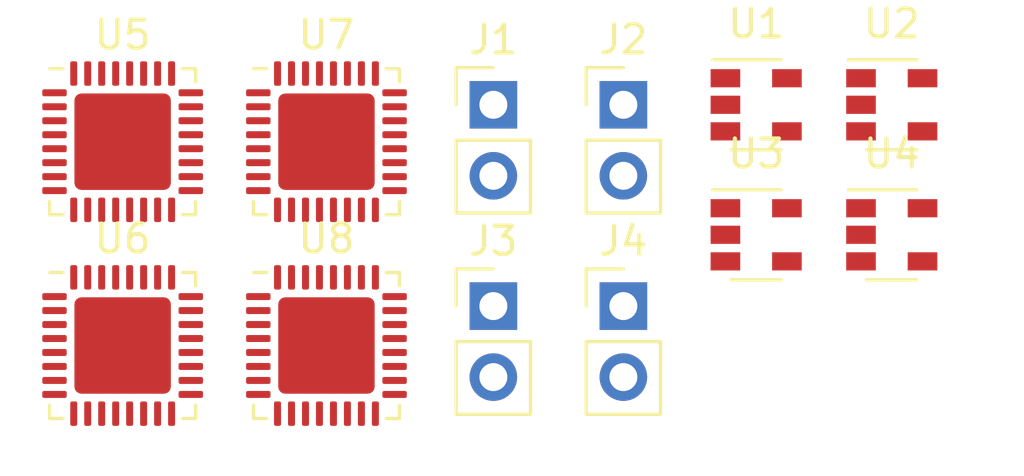
<source format=kicad_pcb>
(kicad_pcb (version 20171130) (host pcbnew "(5.1.4)-1")

  (general
    (thickness 1.6)
    (drawings 0)
    (tracks 0)
    (zones 0)
    (modules 12)
    (nets 1)
  )

  (page A4)
  (layers
    (0 F.Cu signal)
    (31 B.Cu signal)
    (32 B.Adhes user)
    (33 F.Adhes user)
    (34 B.Paste user)
    (35 F.Paste user)
    (36 B.SilkS user)
    (37 F.SilkS user)
    (38 B.Mask user)
    (39 F.Mask user)
    (40 Dwgs.User user)
    (41 Cmts.User user)
    (42 Eco1.User user)
    (43 Eco2.User user)
    (44 Edge.Cuts user)
    (45 Margin user)
    (46 B.CrtYd user)
    (47 F.CrtYd user)
    (48 B.Fab user)
    (49 F.Fab user)
  )

  (setup
    (last_trace_width 0.25)
    (trace_clearance 0.2)
    (zone_clearance 0.508)
    (zone_45_only no)
    (trace_min 0.2)
    (via_size 0.8)
    (via_drill 0.4)
    (via_min_size 0.4)
    (via_min_drill 0.3)
    (uvia_size 0.3)
    (uvia_drill 0.1)
    (uvias_allowed no)
    (uvia_min_size 0.2)
    (uvia_min_drill 0.1)
    (edge_width 0.1)
    (segment_width 0.2)
    (pcb_text_width 0.3)
    (pcb_text_size 1.5 1.5)
    (mod_edge_width 0.15)
    (mod_text_size 1 1)
    (mod_text_width 0.15)
    (pad_size 1.524 1.524)
    (pad_drill 0.762)
    (pad_to_mask_clearance 0)
    (aux_axis_origin 0 0)
    (visible_elements FFFFFF7F)
    (pcbplotparams
      (layerselection 0x010fc_ffffffff)
      (usegerberextensions false)
      (usegerberattributes false)
      (usegerberadvancedattributes false)
      (creategerberjobfile false)
      (excludeedgelayer true)
      (linewidth 0.100000)
      (plotframeref false)
      (viasonmask false)
      (mode 1)
      (useauxorigin false)
      (hpglpennumber 1)
      (hpglpenspeed 20)
      (hpglpendiameter 15.000000)
      (psnegative false)
      (psa4output false)
      (plotreference true)
      (plotvalue true)
      (plotinvisibletext false)
      (padsonsilk false)
      (subtractmaskfromsilk false)
      (outputformat 1)
      (mirror false)
      (drillshape 1)
      (scaleselection 1)
      (outputdirectory ""))
  )

  (net 0 "")

  (net_class Default "This is the default net class."
    (clearance 0.2)
    (trace_width 0.25)
    (via_dia 0.8)
    (via_drill 0.4)
    (uvia_dia 0.3)
    (uvia_drill 0.1)
    (add_net "Net-(J1-Pad1)")
    (add_net "Net-(J1-Pad2)")
    (add_net "Net-(J2-Pad1)")
    (add_net "Net-(J2-Pad2)")
    (add_net "Net-(J3-Pad1)")
    (add_net "Net-(J3-Pad2)")
    (add_net "Net-(J4-Pad1)")
    (add_net "Net-(J4-Pad2)")
    (add_net "Net-(U1-Pad1)")
    (add_net "Net-(U1-Pad2)")
    (add_net "Net-(U1-Pad3)")
    (add_net "Net-(U1-Pad4)")
    (add_net "Net-(U1-Pad5)")
    (add_net "Net-(U2-Pad1)")
    (add_net "Net-(U2-Pad2)")
    (add_net "Net-(U2-Pad3)")
    (add_net "Net-(U2-Pad4)")
    (add_net "Net-(U2-Pad5)")
    (add_net "Net-(U3-Pad1)")
    (add_net "Net-(U3-Pad2)")
    (add_net "Net-(U3-Pad3)")
    (add_net "Net-(U3-Pad4)")
    (add_net "Net-(U3-Pad5)")
    (add_net "Net-(U4-Pad1)")
    (add_net "Net-(U4-Pad2)")
    (add_net "Net-(U4-Pad3)")
    (add_net "Net-(U4-Pad4)")
    (add_net "Net-(U4-Pad5)")
    (add_net "Net-(U5-Pad1)")
    (add_net "Net-(U5-Pad10)")
    (add_net "Net-(U5-Pad11)")
    (add_net "Net-(U5-Pad12)")
    (add_net "Net-(U5-Pad13)")
    (add_net "Net-(U5-Pad14)")
    (add_net "Net-(U5-Pad15)")
    (add_net "Net-(U5-Pad16)")
    (add_net "Net-(U5-Pad17)")
    (add_net "Net-(U5-Pad18)")
    (add_net "Net-(U5-Pad19)")
    (add_net "Net-(U5-Pad2)")
    (add_net "Net-(U5-Pad20)")
    (add_net "Net-(U5-Pad21)")
    (add_net "Net-(U5-Pad22)")
    (add_net "Net-(U5-Pad23)")
    (add_net "Net-(U5-Pad24)")
    (add_net "Net-(U5-Pad25)")
    (add_net "Net-(U5-Pad26)")
    (add_net "Net-(U5-Pad27)")
    (add_net "Net-(U5-Pad28)")
    (add_net "Net-(U5-Pad29)")
    (add_net "Net-(U5-Pad3)")
    (add_net "Net-(U5-Pad30)")
    (add_net "Net-(U5-Pad31)")
    (add_net "Net-(U5-Pad32)")
    (add_net "Net-(U5-Pad33)")
    (add_net "Net-(U5-Pad4)")
    (add_net "Net-(U5-Pad5)")
    (add_net "Net-(U5-Pad6)")
    (add_net "Net-(U5-Pad7)")
    (add_net "Net-(U5-Pad8)")
    (add_net "Net-(U5-Pad9)")
    (add_net "Net-(U6-Pad1)")
    (add_net "Net-(U6-Pad10)")
    (add_net "Net-(U6-Pad11)")
    (add_net "Net-(U6-Pad12)")
    (add_net "Net-(U6-Pad13)")
    (add_net "Net-(U6-Pad14)")
    (add_net "Net-(U6-Pad15)")
    (add_net "Net-(U6-Pad16)")
    (add_net "Net-(U6-Pad17)")
    (add_net "Net-(U6-Pad18)")
    (add_net "Net-(U6-Pad19)")
    (add_net "Net-(U6-Pad2)")
    (add_net "Net-(U6-Pad20)")
    (add_net "Net-(U6-Pad21)")
    (add_net "Net-(U6-Pad22)")
    (add_net "Net-(U6-Pad23)")
    (add_net "Net-(U6-Pad24)")
    (add_net "Net-(U6-Pad25)")
    (add_net "Net-(U6-Pad26)")
    (add_net "Net-(U6-Pad27)")
    (add_net "Net-(U6-Pad28)")
    (add_net "Net-(U6-Pad29)")
    (add_net "Net-(U6-Pad3)")
    (add_net "Net-(U6-Pad30)")
    (add_net "Net-(U6-Pad31)")
    (add_net "Net-(U6-Pad32)")
    (add_net "Net-(U6-Pad33)")
    (add_net "Net-(U6-Pad4)")
    (add_net "Net-(U6-Pad5)")
    (add_net "Net-(U6-Pad6)")
    (add_net "Net-(U6-Pad7)")
    (add_net "Net-(U6-Pad8)")
    (add_net "Net-(U6-Pad9)")
    (add_net "Net-(U7-Pad1)")
    (add_net "Net-(U7-Pad10)")
    (add_net "Net-(U7-Pad11)")
    (add_net "Net-(U7-Pad12)")
    (add_net "Net-(U7-Pad13)")
    (add_net "Net-(U7-Pad14)")
    (add_net "Net-(U7-Pad15)")
    (add_net "Net-(U7-Pad16)")
    (add_net "Net-(U7-Pad17)")
    (add_net "Net-(U7-Pad18)")
    (add_net "Net-(U7-Pad19)")
    (add_net "Net-(U7-Pad2)")
    (add_net "Net-(U7-Pad20)")
    (add_net "Net-(U7-Pad21)")
    (add_net "Net-(U7-Pad22)")
    (add_net "Net-(U7-Pad23)")
    (add_net "Net-(U7-Pad24)")
    (add_net "Net-(U7-Pad25)")
    (add_net "Net-(U7-Pad26)")
    (add_net "Net-(U7-Pad27)")
    (add_net "Net-(U7-Pad28)")
    (add_net "Net-(U7-Pad29)")
    (add_net "Net-(U7-Pad3)")
    (add_net "Net-(U7-Pad30)")
    (add_net "Net-(U7-Pad31)")
    (add_net "Net-(U7-Pad32)")
    (add_net "Net-(U7-Pad33)")
    (add_net "Net-(U7-Pad4)")
    (add_net "Net-(U7-Pad5)")
    (add_net "Net-(U7-Pad6)")
    (add_net "Net-(U7-Pad7)")
    (add_net "Net-(U7-Pad8)")
    (add_net "Net-(U7-Pad9)")
    (add_net "Net-(U8-Pad1)")
    (add_net "Net-(U8-Pad10)")
    (add_net "Net-(U8-Pad11)")
    (add_net "Net-(U8-Pad12)")
    (add_net "Net-(U8-Pad13)")
    (add_net "Net-(U8-Pad14)")
    (add_net "Net-(U8-Pad15)")
    (add_net "Net-(U8-Pad16)")
    (add_net "Net-(U8-Pad17)")
    (add_net "Net-(U8-Pad18)")
    (add_net "Net-(U8-Pad19)")
    (add_net "Net-(U8-Pad2)")
    (add_net "Net-(U8-Pad20)")
    (add_net "Net-(U8-Pad21)")
    (add_net "Net-(U8-Pad22)")
    (add_net "Net-(U8-Pad23)")
    (add_net "Net-(U8-Pad24)")
    (add_net "Net-(U8-Pad25)")
    (add_net "Net-(U8-Pad26)")
    (add_net "Net-(U8-Pad27)")
    (add_net "Net-(U8-Pad28)")
    (add_net "Net-(U8-Pad29)")
    (add_net "Net-(U8-Pad3)")
    (add_net "Net-(U8-Pad30)")
    (add_net "Net-(U8-Pad31)")
    (add_net "Net-(U8-Pad32)")
    (add_net "Net-(U8-Pad33)")
    (add_net "Net-(U8-Pad4)")
    (add_net "Net-(U8-Pad5)")
    (add_net "Net-(U8-Pad6)")
    (add_net "Net-(U8-Pad7)")
    (add_net "Net-(U8-Pad8)")
    (add_net "Net-(U8-Pad9)")
  )

  (module Package_DFN_QFN:QFN-32-1EP_5x5mm_P0.5mm_EP3.45x3.45mm (layer F.Cu) (tedit 5B4E85CE) (tstamp 5F5A723A)
    (at 122.935 72.745)
    (descr "QFN, 32 Pin (http://www.analog.com/media/en/package-pcb-resources/package/pkg_pdf/ltc-legacy-qfn/QFN_32_05-08-1693.pdf), generated with kicad-footprint-generator ipc_dfn_qfn_generator.py")
    (tags "QFN DFN_QFN")
    (path /5F5B8F40)
    (attr smd)
    (fp_text reference U8 (at 0 -3.82) (layer F.SilkS)
      (effects (font (size 1 1) (thickness 0.15)))
    )
    (fp_text value ESP8266EX (at 0 3.82) (layer F.Fab)
      (effects (font (size 1 1) (thickness 0.15)))
    )
    (fp_text user %R (at 0 0) (layer F.Fab)
      (effects (font (size 1 1) (thickness 0.15)))
    )
    (fp_line (start 3.12 -3.12) (end -3.12 -3.12) (layer F.CrtYd) (width 0.05))
    (fp_line (start 3.12 3.12) (end 3.12 -3.12) (layer F.CrtYd) (width 0.05))
    (fp_line (start -3.12 3.12) (end 3.12 3.12) (layer F.CrtYd) (width 0.05))
    (fp_line (start -3.12 -3.12) (end -3.12 3.12) (layer F.CrtYd) (width 0.05))
    (fp_line (start -2.5 -1.5) (end -1.5 -2.5) (layer F.Fab) (width 0.1))
    (fp_line (start -2.5 2.5) (end -2.5 -1.5) (layer F.Fab) (width 0.1))
    (fp_line (start 2.5 2.5) (end -2.5 2.5) (layer F.Fab) (width 0.1))
    (fp_line (start 2.5 -2.5) (end 2.5 2.5) (layer F.Fab) (width 0.1))
    (fp_line (start -1.5 -2.5) (end 2.5 -2.5) (layer F.Fab) (width 0.1))
    (fp_line (start -2.135 -2.61) (end -2.61 -2.61) (layer F.SilkS) (width 0.12))
    (fp_line (start 2.61 2.61) (end 2.61 2.135) (layer F.SilkS) (width 0.12))
    (fp_line (start 2.135 2.61) (end 2.61 2.61) (layer F.SilkS) (width 0.12))
    (fp_line (start -2.61 2.61) (end -2.61 2.135) (layer F.SilkS) (width 0.12))
    (fp_line (start -2.135 2.61) (end -2.61 2.61) (layer F.SilkS) (width 0.12))
    (fp_line (start 2.61 -2.61) (end 2.61 -2.135) (layer F.SilkS) (width 0.12))
    (fp_line (start 2.135 -2.61) (end 2.61 -2.61) (layer F.SilkS) (width 0.12))
    (pad 32 smd roundrect (at -1.75 -2.4375) (size 0.25 0.875) (layers F.Cu F.Paste F.Mask) (roundrect_rratio 0.25))
    (pad 31 smd roundrect (at -1.25 -2.4375) (size 0.25 0.875) (layers F.Cu F.Paste F.Mask) (roundrect_rratio 0.25))
    (pad 30 smd roundrect (at -0.75 -2.4375) (size 0.25 0.875) (layers F.Cu F.Paste F.Mask) (roundrect_rratio 0.25))
    (pad 29 smd roundrect (at -0.25 -2.4375) (size 0.25 0.875) (layers F.Cu F.Paste F.Mask) (roundrect_rratio 0.25))
    (pad 28 smd roundrect (at 0.25 -2.4375) (size 0.25 0.875) (layers F.Cu F.Paste F.Mask) (roundrect_rratio 0.25))
    (pad 27 smd roundrect (at 0.75 -2.4375) (size 0.25 0.875) (layers F.Cu F.Paste F.Mask) (roundrect_rratio 0.25))
    (pad 26 smd roundrect (at 1.25 -2.4375) (size 0.25 0.875) (layers F.Cu F.Paste F.Mask) (roundrect_rratio 0.25))
    (pad 25 smd roundrect (at 1.75 -2.4375) (size 0.25 0.875) (layers F.Cu F.Paste F.Mask) (roundrect_rratio 0.25))
    (pad 24 smd roundrect (at 2.4375 -1.75) (size 0.875 0.25) (layers F.Cu F.Paste F.Mask) (roundrect_rratio 0.25))
    (pad 23 smd roundrect (at 2.4375 -1.25) (size 0.875 0.25) (layers F.Cu F.Paste F.Mask) (roundrect_rratio 0.25))
    (pad 22 smd roundrect (at 2.4375 -0.75) (size 0.875 0.25) (layers F.Cu F.Paste F.Mask) (roundrect_rratio 0.25))
    (pad 21 smd roundrect (at 2.4375 -0.25) (size 0.875 0.25) (layers F.Cu F.Paste F.Mask) (roundrect_rratio 0.25))
    (pad 20 smd roundrect (at 2.4375 0.25) (size 0.875 0.25) (layers F.Cu F.Paste F.Mask) (roundrect_rratio 0.25))
    (pad 19 smd roundrect (at 2.4375 0.75) (size 0.875 0.25) (layers F.Cu F.Paste F.Mask) (roundrect_rratio 0.25))
    (pad 18 smd roundrect (at 2.4375 1.25) (size 0.875 0.25) (layers F.Cu F.Paste F.Mask) (roundrect_rratio 0.25))
    (pad 17 smd roundrect (at 2.4375 1.75) (size 0.875 0.25) (layers F.Cu F.Paste F.Mask) (roundrect_rratio 0.25))
    (pad 16 smd roundrect (at 1.75 2.4375) (size 0.25 0.875) (layers F.Cu F.Paste F.Mask) (roundrect_rratio 0.25))
    (pad 15 smd roundrect (at 1.25 2.4375) (size 0.25 0.875) (layers F.Cu F.Paste F.Mask) (roundrect_rratio 0.25))
    (pad 14 smd roundrect (at 0.75 2.4375) (size 0.25 0.875) (layers F.Cu F.Paste F.Mask) (roundrect_rratio 0.25))
    (pad 13 smd roundrect (at 0.25 2.4375) (size 0.25 0.875) (layers F.Cu F.Paste F.Mask) (roundrect_rratio 0.25))
    (pad 12 smd roundrect (at -0.25 2.4375) (size 0.25 0.875) (layers F.Cu F.Paste F.Mask) (roundrect_rratio 0.25))
    (pad 11 smd roundrect (at -0.75 2.4375) (size 0.25 0.875) (layers F.Cu F.Paste F.Mask) (roundrect_rratio 0.25))
    (pad 10 smd roundrect (at -1.25 2.4375) (size 0.25 0.875) (layers F.Cu F.Paste F.Mask) (roundrect_rratio 0.25))
    (pad 9 smd roundrect (at -1.75 2.4375) (size 0.25 0.875) (layers F.Cu F.Paste F.Mask) (roundrect_rratio 0.25))
    (pad 8 smd roundrect (at -2.4375 1.75) (size 0.875 0.25) (layers F.Cu F.Paste F.Mask) (roundrect_rratio 0.25))
    (pad 7 smd roundrect (at -2.4375 1.25) (size 0.875 0.25) (layers F.Cu F.Paste F.Mask) (roundrect_rratio 0.25))
    (pad 6 smd roundrect (at -2.4375 0.75) (size 0.875 0.25) (layers F.Cu F.Paste F.Mask) (roundrect_rratio 0.25))
    (pad 5 smd roundrect (at -2.4375 0.25) (size 0.875 0.25) (layers F.Cu F.Paste F.Mask) (roundrect_rratio 0.25))
    (pad 4 smd roundrect (at -2.4375 -0.25) (size 0.875 0.25) (layers F.Cu F.Paste F.Mask) (roundrect_rratio 0.25))
    (pad 3 smd roundrect (at -2.4375 -0.75) (size 0.875 0.25) (layers F.Cu F.Paste F.Mask) (roundrect_rratio 0.25))
    (pad 2 smd roundrect (at -2.4375 -1.25) (size 0.875 0.25) (layers F.Cu F.Paste F.Mask) (roundrect_rratio 0.25))
    (pad 1 smd roundrect (at -2.4375 -1.75) (size 0.875 0.25) (layers F.Cu F.Paste F.Mask) (roundrect_rratio 0.25))
    (pad "" smd roundrect (at 1.15 1.15) (size 0.93 0.93) (layers F.Paste) (roundrect_rratio 0.25))
    (pad "" smd roundrect (at 1.15 0) (size 0.93 0.93) (layers F.Paste) (roundrect_rratio 0.25))
    (pad "" smd roundrect (at 1.15 -1.15) (size 0.93 0.93) (layers F.Paste) (roundrect_rratio 0.25))
    (pad "" smd roundrect (at 0 1.15) (size 0.93 0.93) (layers F.Paste) (roundrect_rratio 0.25))
    (pad "" smd roundrect (at 0 0) (size 0.93 0.93) (layers F.Paste) (roundrect_rratio 0.25))
    (pad "" smd roundrect (at 0 -1.15) (size 0.93 0.93) (layers F.Paste) (roundrect_rratio 0.25))
    (pad "" smd roundrect (at -1.15 1.15) (size 0.93 0.93) (layers F.Paste) (roundrect_rratio 0.25))
    (pad "" smd roundrect (at -1.15 0) (size 0.93 0.93) (layers F.Paste) (roundrect_rratio 0.25))
    (pad "" smd roundrect (at -1.15 -1.15) (size 0.93 0.93) (layers F.Paste) (roundrect_rratio 0.25))
    (pad 33 smd roundrect (at 0 0) (size 3.45 3.45) (layers F.Cu F.Mask) (roundrect_rratio 0.072464))
    (model ${KISYS3DMOD}/Package_DFN_QFN.3dshapes/QFN-32-1EP_5x5mm_P0.5mm_EP3.45x3.45mm.wrl
      (at (xyz 0 0 0))
      (scale (xyz 1 1 1))
      (rotate (xyz 0 0 0))
    )
  )

  (module Package_DFN_QFN:QFN-32-1EP_5x5mm_P0.5mm_EP3.45x3.45mm (layer F.Cu) (tedit 5B4E85CE) (tstamp 5F5A71FB)
    (at 122.935 65.455)
    (descr "QFN, 32 Pin (http://www.analog.com/media/en/package-pcb-resources/package/pkg_pdf/ltc-legacy-qfn/QFN_32_05-08-1693.pdf), generated with kicad-footprint-generator ipc_dfn_qfn_generator.py")
    (tags "QFN DFN_QFN")
    (path /5F5B64F8)
    (attr smd)
    (fp_text reference U7 (at 0 -3.82) (layer F.SilkS)
      (effects (font (size 1 1) (thickness 0.15)))
    )
    (fp_text value ESP8266EX (at 0 3.82) (layer F.Fab)
      (effects (font (size 1 1) (thickness 0.15)))
    )
    (fp_text user %R (at 0 0) (layer F.Fab)
      (effects (font (size 1 1) (thickness 0.15)))
    )
    (fp_line (start 3.12 -3.12) (end -3.12 -3.12) (layer F.CrtYd) (width 0.05))
    (fp_line (start 3.12 3.12) (end 3.12 -3.12) (layer F.CrtYd) (width 0.05))
    (fp_line (start -3.12 3.12) (end 3.12 3.12) (layer F.CrtYd) (width 0.05))
    (fp_line (start -3.12 -3.12) (end -3.12 3.12) (layer F.CrtYd) (width 0.05))
    (fp_line (start -2.5 -1.5) (end -1.5 -2.5) (layer F.Fab) (width 0.1))
    (fp_line (start -2.5 2.5) (end -2.5 -1.5) (layer F.Fab) (width 0.1))
    (fp_line (start 2.5 2.5) (end -2.5 2.5) (layer F.Fab) (width 0.1))
    (fp_line (start 2.5 -2.5) (end 2.5 2.5) (layer F.Fab) (width 0.1))
    (fp_line (start -1.5 -2.5) (end 2.5 -2.5) (layer F.Fab) (width 0.1))
    (fp_line (start -2.135 -2.61) (end -2.61 -2.61) (layer F.SilkS) (width 0.12))
    (fp_line (start 2.61 2.61) (end 2.61 2.135) (layer F.SilkS) (width 0.12))
    (fp_line (start 2.135 2.61) (end 2.61 2.61) (layer F.SilkS) (width 0.12))
    (fp_line (start -2.61 2.61) (end -2.61 2.135) (layer F.SilkS) (width 0.12))
    (fp_line (start -2.135 2.61) (end -2.61 2.61) (layer F.SilkS) (width 0.12))
    (fp_line (start 2.61 -2.61) (end 2.61 -2.135) (layer F.SilkS) (width 0.12))
    (fp_line (start 2.135 -2.61) (end 2.61 -2.61) (layer F.SilkS) (width 0.12))
    (pad 32 smd roundrect (at -1.75 -2.4375) (size 0.25 0.875) (layers F.Cu F.Paste F.Mask) (roundrect_rratio 0.25))
    (pad 31 smd roundrect (at -1.25 -2.4375) (size 0.25 0.875) (layers F.Cu F.Paste F.Mask) (roundrect_rratio 0.25))
    (pad 30 smd roundrect (at -0.75 -2.4375) (size 0.25 0.875) (layers F.Cu F.Paste F.Mask) (roundrect_rratio 0.25))
    (pad 29 smd roundrect (at -0.25 -2.4375) (size 0.25 0.875) (layers F.Cu F.Paste F.Mask) (roundrect_rratio 0.25))
    (pad 28 smd roundrect (at 0.25 -2.4375) (size 0.25 0.875) (layers F.Cu F.Paste F.Mask) (roundrect_rratio 0.25))
    (pad 27 smd roundrect (at 0.75 -2.4375) (size 0.25 0.875) (layers F.Cu F.Paste F.Mask) (roundrect_rratio 0.25))
    (pad 26 smd roundrect (at 1.25 -2.4375) (size 0.25 0.875) (layers F.Cu F.Paste F.Mask) (roundrect_rratio 0.25))
    (pad 25 smd roundrect (at 1.75 -2.4375) (size 0.25 0.875) (layers F.Cu F.Paste F.Mask) (roundrect_rratio 0.25))
    (pad 24 smd roundrect (at 2.4375 -1.75) (size 0.875 0.25) (layers F.Cu F.Paste F.Mask) (roundrect_rratio 0.25))
    (pad 23 smd roundrect (at 2.4375 -1.25) (size 0.875 0.25) (layers F.Cu F.Paste F.Mask) (roundrect_rratio 0.25))
    (pad 22 smd roundrect (at 2.4375 -0.75) (size 0.875 0.25) (layers F.Cu F.Paste F.Mask) (roundrect_rratio 0.25))
    (pad 21 smd roundrect (at 2.4375 -0.25) (size 0.875 0.25) (layers F.Cu F.Paste F.Mask) (roundrect_rratio 0.25))
    (pad 20 smd roundrect (at 2.4375 0.25) (size 0.875 0.25) (layers F.Cu F.Paste F.Mask) (roundrect_rratio 0.25))
    (pad 19 smd roundrect (at 2.4375 0.75) (size 0.875 0.25) (layers F.Cu F.Paste F.Mask) (roundrect_rratio 0.25))
    (pad 18 smd roundrect (at 2.4375 1.25) (size 0.875 0.25) (layers F.Cu F.Paste F.Mask) (roundrect_rratio 0.25))
    (pad 17 smd roundrect (at 2.4375 1.75) (size 0.875 0.25) (layers F.Cu F.Paste F.Mask) (roundrect_rratio 0.25))
    (pad 16 smd roundrect (at 1.75 2.4375) (size 0.25 0.875) (layers F.Cu F.Paste F.Mask) (roundrect_rratio 0.25))
    (pad 15 smd roundrect (at 1.25 2.4375) (size 0.25 0.875) (layers F.Cu F.Paste F.Mask) (roundrect_rratio 0.25))
    (pad 14 smd roundrect (at 0.75 2.4375) (size 0.25 0.875) (layers F.Cu F.Paste F.Mask) (roundrect_rratio 0.25))
    (pad 13 smd roundrect (at 0.25 2.4375) (size 0.25 0.875) (layers F.Cu F.Paste F.Mask) (roundrect_rratio 0.25))
    (pad 12 smd roundrect (at -0.25 2.4375) (size 0.25 0.875) (layers F.Cu F.Paste F.Mask) (roundrect_rratio 0.25))
    (pad 11 smd roundrect (at -0.75 2.4375) (size 0.25 0.875) (layers F.Cu F.Paste F.Mask) (roundrect_rratio 0.25))
    (pad 10 smd roundrect (at -1.25 2.4375) (size 0.25 0.875) (layers F.Cu F.Paste F.Mask) (roundrect_rratio 0.25))
    (pad 9 smd roundrect (at -1.75 2.4375) (size 0.25 0.875) (layers F.Cu F.Paste F.Mask) (roundrect_rratio 0.25))
    (pad 8 smd roundrect (at -2.4375 1.75) (size 0.875 0.25) (layers F.Cu F.Paste F.Mask) (roundrect_rratio 0.25))
    (pad 7 smd roundrect (at -2.4375 1.25) (size 0.875 0.25) (layers F.Cu F.Paste F.Mask) (roundrect_rratio 0.25))
    (pad 6 smd roundrect (at -2.4375 0.75) (size 0.875 0.25) (layers F.Cu F.Paste F.Mask) (roundrect_rratio 0.25))
    (pad 5 smd roundrect (at -2.4375 0.25) (size 0.875 0.25) (layers F.Cu F.Paste F.Mask) (roundrect_rratio 0.25))
    (pad 4 smd roundrect (at -2.4375 -0.25) (size 0.875 0.25) (layers F.Cu F.Paste F.Mask) (roundrect_rratio 0.25))
    (pad 3 smd roundrect (at -2.4375 -0.75) (size 0.875 0.25) (layers F.Cu F.Paste F.Mask) (roundrect_rratio 0.25))
    (pad 2 smd roundrect (at -2.4375 -1.25) (size 0.875 0.25) (layers F.Cu F.Paste F.Mask) (roundrect_rratio 0.25))
    (pad 1 smd roundrect (at -2.4375 -1.75) (size 0.875 0.25) (layers F.Cu F.Paste F.Mask) (roundrect_rratio 0.25))
    (pad "" smd roundrect (at 1.15 1.15) (size 0.93 0.93) (layers F.Paste) (roundrect_rratio 0.25))
    (pad "" smd roundrect (at 1.15 0) (size 0.93 0.93) (layers F.Paste) (roundrect_rratio 0.25))
    (pad "" smd roundrect (at 1.15 -1.15) (size 0.93 0.93) (layers F.Paste) (roundrect_rratio 0.25))
    (pad "" smd roundrect (at 0 1.15) (size 0.93 0.93) (layers F.Paste) (roundrect_rratio 0.25))
    (pad "" smd roundrect (at 0 0) (size 0.93 0.93) (layers F.Paste) (roundrect_rratio 0.25))
    (pad "" smd roundrect (at 0 -1.15) (size 0.93 0.93) (layers F.Paste) (roundrect_rratio 0.25))
    (pad "" smd roundrect (at -1.15 1.15) (size 0.93 0.93) (layers F.Paste) (roundrect_rratio 0.25))
    (pad "" smd roundrect (at -1.15 0) (size 0.93 0.93) (layers F.Paste) (roundrect_rratio 0.25))
    (pad "" smd roundrect (at -1.15 -1.15) (size 0.93 0.93) (layers F.Paste) (roundrect_rratio 0.25))
    (pad 33 smd roundrect (at 0 0) (size 3.45 3.45) (layers F.Cu F.Mask) (roundrect_rratio 0.072464))
    (model ${KISYS3DMOD}/Package_DFN_QFN.3dshapes/QFN-32-1EP_5x5mm_P0.5mm_EP3.45x3.45mm.wrl
      (at (xyz 0 0 0))
      (scale (xyz 1 1 1))
      (rotate (xyz 0 0 0))
    )
  )

  (module Package_DFN_QFN:QFN-32-1EP_5x5mm_P0.5mm_EP3.45x3.45mm (layer F.Cu) (tedit 5B4E85CE) (tstamp 5F5A71BC)
    (at 115.645 72.745)
    (descr "QFN, 32 Pin (http://www.analog.com/media/en/package-pcb-resources/package/pkg_pdf/ltc-legacy-qfn/QFN_32_05-08-1693.pdf), generated with kicad-footprint-generator ipc_dfn_qfn_generator.py")
    (tags "QFN DFN_QFN")
    (path /5F5BA7DE)
    (attr smd)
    (fp_text reference U6 (at 0 -3.82) (layer F.SilkS)
      (effects (font (size 1 1) (thickness 0.15)))
    )
    (fp_text value ESP8266EX (at 0 3.82) (layer F.Fab)
      (effects (font (size 1 1) (thickness 0.15)))
    )
    (fp_text user %R (at 0 0) (layer F.Fab)
      (effects (font (size 1 1) (thickness 0.15)))
    )
    (fp_line (start 3.12 -3.12) (end -3.12 -3.12) (layer F.CrtYd) (width 0.05))
    (fp_line (start 3.12 3.12) (end 3.12 -3.12) (layer F.CrtYd) (width 0.05))
    (fp_line (start -3.12 3.12) (end 3.12 3.12) (layer F.CrtYd) (width 0.05))
    (fp_line (start -3.12 -3.12) (end -3.12 3.12) (layer F.CrtYd) (width 0.05))
    (fp_line (start -2.5 -1.5) (end -1.5 -2.5) (layer F.Fab) (width 0.1))
    (fp_line (start -2.5 2.5) (end -2.5 -1.5) (layer F.Fab) (width 0.1))
    (fp_line (start 2.5 2.5) (end -2.5 2.5) (layer F.Fab) (width 0.1))
    (fp_line (start 2.5 -2.5) (end 2.5 2.5) (layer F.Fab) (width 0.1))
    (fp_line (start -1.5 -2.5) (end 2.5 -2.5) (layer F.Fab) (width 0.1))
    (fp_line (start -2.135 -2.61) (end -2.61 -2.61) (layer F.SilkS) (width 0.12))
    (fp_line (start 2.61 2.61) (end 2.61 2.135) (layer F.SilkS) (width 0.12))
    (fp_line (start 2.135 2.61) (end 2.61 2.61) (layer F.SilkS) (width 0.12))
    (fp_line (start -2.61 2.61) (end -2.61 2.135) (layer F.SilkS) (width 0.12))
    (fp_line (start -2.135 2.61) (end -2.61 2.61) (layer F.SilkS) (width 0.12))
    (fp_line (start 2.61 -2.61) (end 2.61 -2.135) (layer F.SilkS) (width 0.12))
    (fp_line (start 2.135 -2.61) (end 2.61 -2.61) (layer F.SilkS) (width 0.12))
    (pad 32 smd roundrect (at -1.75 -2.4375) (size 0.25 0.875) (layers F.Cu F.Paste F.Mask) (roundrect_rratio 0.25))
    (pad 31 smd roundrect (at -1.25 -2.4375) (size 0.25 0.875) (layers F.Cu F.Paste F.Mask) (roundrect_rratio 0.25))
    (pad 30 smd roundrect (at -0.75 -2.4375) (size 0.25 0.875) (layers F.Cu F.Paste F.Mask) (roundrect_rratio 0.25))
    (pad 29 smd roundrect (at -0.25 -2.4375) (size 0.25 0.875) (layers F.Cu F.Paste F.Mask) (roundrect_rratio 0.25))
    (pad 28 smd roundrect (at 0.25 -2.4375) (size 0.25 0.875) (layers F.Cu F.Paste F.Mask) (roundrect_rratio 0.25))
    (pad 27 smd roundrect (at 0.75 -2.4375) (size 0.25 0.875) (layers F.Cu F.Paste F.Mask) (roundrect_rratio 0.25))
    (pad 26 smd roundrect (at 1.25 -2.4375) (size 0.25 0.875) (layers F.Cu F.Paste F.Mask) (roundrect_rratio 0.25))
    (pad 25 smd roundrect (at 1.75 -2.4375) (size 0.25 0.875) (layers F.Cu F.Paste F.Mask) (roundrect_rratio 0.25))
    (pad 24 smd roundrect (at 2.4375 -1.75) (size 0.875 0.25) (layers F.Cu F.Paste F.Mask) (roundrect_rratio 0.25))
    (pad 23 smd roundrect (at 2.4375 -1.25) (size 0.875 0.25) (layers F.Cu F.Paste F.Mask) (roundrect_rratio 0.25))
    (pad 22 smd roundrect (at 2.4375 -0.75) (size 0.875 0.25) (layers F.Cu F.Paste F.Mask) (roundrect_rratio 0.25))
    (pad 21 smd roundrect (at 2.4375 -0.25) (size 0.875 0.25) (layers F.Cu F.Paste F.Mask) (roundrect_rratio 0.25))
    (pad 20 smd roundrect (at 2.4375 0.25) (size 0.875 0.25) (layers F.Cu F.Paste F.Mask) (roundrect_rratio 0.25))
    (pad 19 smd roundrect (at 2.4375 0.75) (size 0.875 0.25) (layers F.Cu F.Paste F.Mask) (roundrect_rratio 0.25))
    (pad 18 smd roundrect (at 2.4375 1.25) (size 0.875 0.25) (layers F.Cu F.Paste F.Mask) (roundrect_rratio 0.25))
    (pad 17 smd roundrect (at 2.4375 1.75) (size 0.875 0.25) (layers F.Cu F.Paste F.Mask) (roundrect_rratio 0.25))
    (pad 16 smd roundrect (at 1.75 2.4375) (size 0.25 0.875) (layers F.Cu F.Paste F.Mask) (roundrect_rratio 0.25))
    (pad 15 smd roundrect (at 1.25 2.4375) (size 0.25 0.875) (layers F.Cu F.Paste F.Mask) (roundrect_rratio 0.25))
    (pad 14 smd roundrect (at 0.75 2.4375) (size 0.25 0.875) (layers F.Cu F.Paste F.Mask) (roundrect_rratio 0.25))
    (pad 13 smd roundrect (at 0.25 2.4375) (size 0.25 0.875) (layers F.Cu F.Paste F.Mask) (roundrect_rratio 0.25))
    (pad 12 smd roundrect (at -0.25 2.4375) (size 0.25 0.875) (layers F.Cu F.Paste F.Mask) (roundrect_rratio 0.25))
    (pad 11 smd roundrect (at -0.75 2.4375) (size 0.25 0.875) (layers F.Cu F.Paste F.Mask) (roundrect_rratio 0.25))
    (pad 10 smd roundrect (at -1.25 2.4375) (size 0.25 0.875) (layers F.Cu F.Paste F.Mask) (roundrect_rratio 0.25))
    (pad 9 smd roundrect (at -1.75 2.4375) (size 0.25 0.875) (layers F.Cu F.Paste F.Mask) (roundrect_rratio 0.25))
    (pad 8 smd roundrect (at -2.4375 1.75) (size 0.875 0.25) (layers F.Cu F.Paste F.Mask) (roundrect_rratio 0.25))
    (pad 7 smd roundrect (at -2.4375 1.25) (size 0.875 0.25) (layers F.Cu F.Paste F.Mask) (roundrect_rratio 0.25))
    (pad 6 smd roundrect (at -2.4375 0.75) (size 0.875 0.25) (layers F.Cu F.Paste F.Mask) (roundrect_rratio 0.25))
    (pad 5 smd roundrect (at -2.4375 0.25) (size 0.875 0.25) (layers F.Cu F.Paste F.Mask) (roundrect_rratio 0.25))
    (pad 4 smd roundrect (at -2.4375 -0.25) (size 0.875 0.25) (layers F.Cu F.Paste F.Mask) (roundrect_rratio 0.25))
    (pad 3 smd roundrect (at -2.4375 -0.75) (size 0.875 0.25) (layers F.Cu F.Paste F.Mask) (roundrect_rratio 0.25))
    (pad 2 smd roundrect (at -2.4375 -1.25) (size 0.875 0.25) (layers F.Cu F.Paste F.Mask) (roundrect_rratio 0.25))
    (pad 1 smd roundrect (at -2.4375 -1.75) (size 0.875 0.25) (layers F.Cu F.Paste F.Mask) (roundrect_rratio 0.25))
    (pad "" smd roundrect (at 1.15 1.15) (size 0.93 0.93) (layers F.Paste) (roundrect_rratio 0.25))
    (pad "" smd roundrect (at 1.15 0) (size 0.93 0.93) (layers F.Paste) (roundrect_rratio 0.25))
    (pad "" smd roundrect (at 1.15 -1.15) (size 0.93 0.93) (layers F.Paste) (roundrect_rratio 0.25))
    (pad "" smd roundrect (at 0 1.15) (size 0.93 0.93) (layers F.Paste) (roundrect_rratio 0.25))
    (pad "" smd roundrect (at 0 0) (size 0.93 0.93) (layers F.Paste) (roundrect_rratio 0.25))
    (pad "" smd roundrect (at 0 -1.15) (size 0.93 0.93) (layers F.Paste) (roundrect_rratio 0.25))
    (pad "" smd roundrect (at -1.15 1.15) (size 0.93 0.93) (layers F.Paste) (roundrect_rratio 0.25))
    (pad "" smd roundrect (at -1.15 0) (size 0.93 0.93) (layers F.Paste) (roundrect_rratio 0.25))
    (pad "" smd roundrect (at -1.15 -1.15) (size 0.93 0.93) (layers F.Paste) (roundrect_rratio 0.25))
    (pad 33 smd roundrect (at 0 0) (size 3.45 3.45) (layers F.Cu F.Mask) (roundrect_rratio 0.072464))
    (model ${KISYS3DMOD}/Package_DFN_QFN.3dshapes/QFN-32-1EP_5x5mm_P0.5mm_EP3.45x3.45mm.wrl
      (at (xyz 0 0 0))
      (scale (xyz 1 1 1))
      (rotate (xyz 0 0 0))
    )
  )

  (module Package_DFN_QFN:QFN-32-1EP_5x5mm_P0.5mm_EP3.45x3.45mm (layer F.Cu) (tedit 5B4E85CE) (tstamp 5F5A717D)
    (at 115.645 65.455)
    (descr "QFN, 32 Pin (http://www.analog.com/media/en/package-pcb-resources/package/pkg_pdf/ltc-legacy-qfn/QFN_32_05-08-1693.pdf), generated with kicad-footprint-generator ipc_dfn_qfn_generator.py")
    (tags "QFN DFN_QFN")
    (path /5F5B1D67)
    (attr smd)
    (fp_text reference U5 (at 0 -3.82) (layer F.SilkS)
      (effects (font (size 1 1) (thickness 0.15)))
    )
    (fp_text value ESP8266EX (at 0 3.82) (layer F.Fab)
      (effects (font (size 1 1) (thickness 0.15)))
    )
    (fp_text user %R (at 0 0) (layer F.Fab)
      (effects (font (size 1 1) (thickness 0.15)))
    )
    (fp_line (start 3.12 -3.12) (end -3.12 -3.12) (layer F.CrtYd) (width 0.05))
    (fp_line (start 3.12 3.12) (end 3.12 -3.12) (layer F.CrtYd) (width 0.05))
    (fp_line (start -3.12 3.12) (end 3.12 3.12) (layer F.CrtYd) (width 0.05))
    (fp_line (start -3.12 -3.12) (end -3.12 3.12) (layer F.CrtYd) (width 0.05))
    (fp_line (start -2.5 -1.5) (end -1.5 -2.5) (layer F.Fab) (width 0.1))
    (fp_line (start -2.5 2.5) (end -2.5 -1.5) (layer F.Fab) (width 0.1))
    (fp_line (start 2.5 2.5) (end -2.5 2.5) (layer F.Fab) (width 0.1))
    (fp_line (start 2.5 -2.5) (end 2.5 2.5) (layer F.Fab) (width 0.1))
    (fp_line (start -1.5 -2.5) (end 2.5 -2.5) (layer F.Fab) (width 0.1))
    (fp_line (start -2.135 -2.61) (end -2.61 -2.61) (layer F.SilkS) (width 0.12))
    (fp_line (start 2.61 2.61) (end 2.61 2.135) (layer F.SilkS) (width 0.12))
    (fp_line (start 2.135 2.61) (end 2.61 2.61) (layer F.SilkS) (width 0.12))
    (fp_line (start -2.61 2.61) (end -2.61 2.135) (layer F.SilkS) (width 0.12))
    (fp_line (start -2.135 2.61) (end -2.61 2.61) (layer F.SilkS) (width 0.12))
    (fp_line (start 2.61 -2.61) (end 2.61 -2.135) (layer F.SilkS) (width 0.12))
    (fp_line (start 2.135 -2.61) (end 2.61 -2.61) (layer F.SilkS) (width 0.12))
    (pad 32 smd roundrect (at -1.75 -2.4375) (size 0.25 0.875) (layers F.Cu F.Paste F.Mask) (roundrect_rratio 0.25))
    (pad 31 smd roundrect (at -1.25 -2.4375) (size 0.25 0.875) (layers F.Cu F.Paste F.Mask) (roundrect_rratio 0.25))
    (pad 30 smd roundrect (at -0.75 -2.4375) (size 0.25 0.875) (layers F.Cu F.Paste F.Mask) (roundrect_rratio 0.25))
    (pad 29 smd roundrect (at -0.25 -2.4375) (size 0.25 0.875) (layers F.Cu F.Paste F.Mask) (roundrect_rratio 0.25))
    (pad 28 smd roundrect (at 0.25 -2.4375) (size 0.25 0.875) (layers F.Cu F.Paste F.Mask) (roundrect_rratio 0.25))
    (pad 27 smd roundrect (at 0.75 -2.4375) (size 0.25 0.875) (layers F.Cu F.Paste F.Mask) (roundrect_rratio 0.25))
    (pad 26 smd roundrect (at 1.25 -2.4375) (size 0.25 0.875) (layers F.Cu F.Paste F.Mask) (roundrect_rratio 0.25))
    (pad 25 smd roundrect (at 1.75 -2.4375) (size 0.25 0.875) (layers F.Cu F.Paste F.Mask) (roundrect_rratio 0.25))
    (pad 24 smd roundrect (at 2.4375 -1.75) (size 0.875 0.25) (layers F.Cu F.Paste F.Mask) (roundrect_rratio 0.25))
    (pad 23 smd roundrect (at 2.4375 -1.25) (size 0.875 0.25) (layers F.Cu F.Paste F.Mask) (roundrect_rratio 0.25))
    (pad 22 smd roundrect (at 2.4375 -0.75) (size 0.875 0.25) (layers F.Cu F.Paste F.Mask) (roundrect_rratio 0.25))
    (pad 21 smd roundrect (at 2.4375 -0.25) (size 0.875 0.25) (layers F.Cu F.Paste F.Mask) (roundrect_rratio 0.25))
    (pad 20 smd roundrect (at 2.4375 0.25) (size 0.875 0.25) (layers F.Cu F.Paste F.Mask) (roundrect_rratio 0.25))
    (pad 19 smd roundrect (at 2.4375 0.75) (size 0.875 0.25) (layers F.Cu F.Paste F.Mask) (roundrect_rratio 0.25))
    (pad 18 smd roundrect (at 2.4375 1.25) (size 0.875 0.25) (layers F.Cu F.Paste F.Mask) (roundrect_rratio 0.25))
    (pad 17 smd roundrect (at 2.4375 1.75) (size 0.875 0.25) (layers F.Cu F.Paste F.Mask) (roundrect_rratio 0.25))
    (pad 16 smd roundrect (at 1.75 2.4375) (size 0.25 0.875) (layers F.Cu F.Paste F.Mask) (roundrect_rratio 0.25))
    (pad 15 smd roundrect (at 1.25 2.4375) (size 0.25 0.875) (layers F.Cu F.Paste F.Mask) (roundrect_rratio 0.25))
    (pad 14 smd roundrect (at 0.75 2.4375) (size 0.25 0.875) (layers F.Cu F.Paste F.Mask) (roundrect_rratio 0.25))
    (pad 13 smd roundrect (at 0.25 2.4375) (size 0.25 0.875) (layers F.Cu F.Paste F.Mask) (roundrect_rratio 0.25))
    (pad 12 smd roundrect (at -0.25 2.4375) (size 0.25 0.875) (layers F.Cu F.Paste F.Mask) (roundrect_rratio 0.25))
    (pad 11 smd roundrect (at -0.75 2.4375) (size 0.25 0.875) (layers F.Cu F.Paste F.Mask) (roundrect_rratio 0.25))
    (pad 10 smd roundrect (at -1.25 2.4375) (size 0.25 0.875) (layers F.Cu F.Paste F.Mask) (roundrect_rratio 0.25))
    (pad 9 smd roundrect (at -1.75 2.4375) (size 0.25 0.875) (layers F.Cu F.Paste F.Mask) (roundrect_rratio 0.25))
    (pad 8 smd roundrect (at -2.4375 1.75) (size 0.875 0.25) (layers F.Cu F.Paste F.Mask) (roundrect_rratio 0.25))
    (pad 7 smd roundrect (at -2.4375 1.25) (size 0.875 0.25) (layers F.Cu F.Paste F.Mask) (roundrect_rratio 0.25))
    (pad 6 smd roundrect (at -2.4375 0.75) (size 0.875 0.25) (layers F.Cu F.Paste F.Mask) (roundrect_rratio 0.25))
    (pad 5 smd roundrect (at -2.4375 0.25) (size 0.875 0.25) (layers F.Cu F.Paste F.Mask) (roundrect_rratio 0.25))
    (pad 4 smd roundrect (at -2.4375 -0.25) (size 0.875 0.25) (layers F.Cu F.Paste F.Mask) (roundrect_rratio 0.25))
    (pad 3 smd roundrect (at -2.4375 -0.75) (size 0.875 0.25) (layers F.Cu F.Paste F.Mask) (roundrect_rratio 0.25))
    (pad 2 smd roundrect (at -2.4375 -1.25) (size 0.875 0.25) (layers F.Cu F.Paste F.Mask) (roundrect_rratio 0.25))
    (pad 1 smd roundrect (at -2.4375 -1.75) (size 0.875 0.25) (layers F.Cu F.Paste F.Mask) (roundrect_rratio 0.25))
    (pad "" smd roundrect (at 1.15 1.15) (size 0.93 0.93) (layers F.Paste) (roundrect_rratio 0.25))
    (pad "" smd roundrect (at 1.15 0) (size 0.93 0.93) (layers F.Paste) (roundrect_rratio 0.25))
    (pad "" smd roundrect (at 1.15 -1.15) (size 0.93 0.93) (layers F.Paste) (roundrect_rratio 0.25))
    (pad "" smd roundrect (at 0 1.15) (size 0.93 0.93) (layers F.Paste) (roundrect_rratio 0.25))
    (pad "" smd roundrect (at 0 0) (size 0.93 0.93) (layers F.Paste) (roundrect_rratio 0.25))
    (pad "" smd roundrect (at 0 -1.15) (size 0.93 0.93) (layers F.Paste) (roundrect_rratio 0.25))
    (pad "" smd roundrect (at -1.15 1.15) (size 0.93 0.93) (layers F.Paste) (roundrect_rratio 0.25))
    (pad "" smd roundrect (at -1.15 0) (size 0.93 0.93) (layers F.Paste) (roundrect_rratio 0.25))
    (pad "" smd roundrect (at -1.15 -1.15) (size 0.93 0.93) (layers F.Paste) (roundrect_rratio 0.25))
    (pad 33 smd roundrect (at 0 0) (size 3.45 3.45) (layers F.Cu F.Mask) (roundrect_rratio 0.072464))
    (model ${KISYS3DMOD}/Package_DFN_QFN.3dshapes/QFN-32-1EP_5x5mm_P0.5mm_EP3.45x3.45mm.wrl
      (at (xyz 0 0 0))
      (scale (xyz 1 1 1))
      (rotate (xyz 0 0 0))
    )
  )

  (module Package_TO_SOT_SMD:SOT-23-5 (layer F.Cu) (tedit 5A02FF57) (tstamp 5F5A713E)
    (at 143.155 68.785)
    (descr "5-pin SOT23 package")
    (tags SOT-23-5)
    (path /5F5AD448)
    (attr smd)
    (fp_text reference U4 (at 0 -2.9) (layer F.SilkS)
      (effects (font (size 1 1) (thickness 0.15)))
    )
    (fp_text value DS90LV011A (at 0 2.9) (layer F.Fab)
      (effects (font (size 1 1) (thickness 0.15)))
    )
    (fp_line (start 0.9 -1.55) (end 0.9 1.55) (layer F.Fab) (width 0.1))
    (fp_line (start 0.9 1.55) (end -0.9 1.55) (layer F.Fab) (width 0.1))
    (fp_line (start -0.9 -0.9) (end -0.9 1.55) (layer F.Fab) (width 0.1))
    (fp_line (start 0.9 -1.55) (end -0.25 -1.55) (layer F.Fab) (width 0.1))
    (fp_line (start -0.9 -0.9) (end -0.25 -1.55) (layer F.Fab) (width 0.1))
    (fp_line (start -1.9 1.8) (end -1.9 -1.8) (layer F.CrtYd) (width 0.05))
    (fp_line (start 1.9 1.8) (end -1.9 1.8) (layer F.CrtYd) (width 0.05))
    (fp_line (start 1.9 -1.8) (end 1.9 1.8) (layer F.CrtYd) (width 0.05))
    (fp_line (start -1.9 -1.8) (end 1.9 -1.8) (layer F.CrtYd) (width 0.05))
    (fp_line (start 0.9 -1.61) (end -1.55 -1.61) (layer F.SilkS) (width 0.12))
    (fp_line (start -0.9 1.61) (end 0.9 1.61) (layer F.SilkS) (width 0.12))
    (fp_text user %R (at 0 0 90) (layer F.Fab)
      (effects (font (size 0.5 0.5) (thickness 0.075)))
    )
    (pad 5 smd rect (at 1.1 -0.95) (size 1.06 0.65) (layers F.Cu F.Paste F.Mask))
    (pad 4 smd rect (at 1.1 0.95) (size 1.06 0.65) (layers F.Cu F.Paste F.Mask))
    (pad 3 smd rect (at -1.1 0.95) (size 1.06 0.65) (layers F.Cu F.Paste F.Mask))
    (pad 2 smd rect (at -1.1 0) (size 1.06 0.65) (layers F.Cu F.Paste F.Mask))
    (pad 1 smd rect (at -1.1 -0.95) (size 1.06 0.65) (layers F.Cu F.Paste F.Mask))
    (model ${KISYS3DMOD}/Package_TO_SOT_SMD.3dshapes/SOT-23-5.wrl
      (at (xyz 0 0 0))
      (scale (xyz 1 1 1))
      (rotate (xyz 0 0 0))
    )
  )

  (module Package_TO_SOT_SMD:SOT-23-5 (layer F.Cu) (tedit 5A02FF57) (tstamp 5F5A7129)
    (at 138.305 68.785)
    (descr "5-pin SOT23 package")
    (tags SOT-23-5)
    (path /5F5AD2A0)
    (attr smd)
    (fp_text reference U3 (at 0 -2.9) (layer F.SilkS)
      (effects (font (size 1 1) (thickness 0.15)))
    )
    (fp_text value DS90LV011A (at 0 2.9) (layer F.Fab)
      (effects (font (size 1 1) (thickness 0.15)))
    )
    (fp_line (start 0.9 -1.55) (end 0.9 1.55) (layer F.Fab) (width 0.1))
    (fp_line (start 0.9 1.55) (end -0.9 1.55) (layer F.Fab) (width 0.1))
    (fp_line (start -0.9 -0.9) (end -0.9 1.55) (layer F.Fab) (width 0.1))
    (fp_line (start 0.9 -1.55) (end -0.25 -1.55) (layer F.Fab) (width 0.1))
    (fp_line (start -0.9 -0.9) (end -0.25 -1.55) (layer F.Fab) (width 0.1))
    (fp_line (start -1.9 1.8) (end -1.9 -1.8) (layer F.CrtYd) (width 0.05))
    (fp_line (start 1.9 1.8) (end -1.9 1.8) (layer F.CrtYd) (width 0.05))
    (fp_line (start 1.9 -1.8) (end 1.9 1.8) (layer F.CrtYd) (width 0.05))
    (fp_line (start -1.9 -1.8) (end 1.9 -1.8) (layer F.CrtYd) (width 0.05))
    (fp_line (start 0.9 -1.61) (end -1.55 -1.61) (layer F.SilkS) (width 0.12))
    (fp_line (start -0.9 1.61) (end 0.9 1.61) (layer F.SilkS) (width 0.12))
    (fp_text user %R (at 0 0 90) (layer F.Fab)
      (effects (font (size 0.5 0.5) (thickness 0.075)))
    )
    (pad 5 smd rect (at 1.1 -0.95) (size 1.06 0.65) (layers F.Cu F.Paste F.Mask))
    (pad 4 smd rect (at 1.1 0.95) (size 1.06 0.65) (layers F.Cu F.Paste F.Mask))
    (pad 3 smd rect (at -1.1 0.95) (size 1.06 0.65) (layers F.Cu F.Paste F.Mask))
    (pad 2 smd rect (at -1.1 0) (size 1.06 0.65) (layers F.Cu F.Paste F.Mask))
    (pad 1 smd rect (at -1.1 -0.95) (size 1.06 0.65) (layers F.Cu F.Paste F.Mask))
    (model ${KISYS3DMOD}/Package_TO_SOT_SMD.3dshapes/SOT-23-5.wrl
      (at (xyz 0 0 0))
      (scale (xyz 1 1 1))
      (rotate (xyz 0 0 0))
    )
  )

  (module Package_TO_SOT_SMD:SOT-23-5 (layer F.Cu) (tedit 5A02FF57) (tstamp 5F5A7114)
    (at 143.155 64.135)
    (descr "5-pin SOT23 package")
    (tags SOT-23-5)
    (path /5F5AD077)
    (attr smd)
    (fp_text reference U2 (at 0 -2.9) (layer F.SilkS)
      (effects (font (size 1 1) (thickness 0.15)))
    )
    (fp_text value DS90LV011A (at 0 2.9) (layer F.Fab)
      (effects (font (size 1 1) (thickness 0.15)))
    )
    (fp_line (start 0.9 -1.55) (end 0.9 1.55) (layer F.Fab) (width 0.1))
    (fp_line (start 0.9 1.55) (end -0.9 1.55) (layer F.Fab) (width 0.1))
    (fp_line (start -0.9 -0.9) (end -0.9 1.55) (layer F.Fab) (width 0.1))
    (fp_line (start 0.9 -1.55) (end -0.25 -1.55) (layer F.Fab) (width 0.1))
    (fp_line (start -0.9 -0.9) (end -0.25 -1.55) (layer F.Fab) (width 0.1))
    (fp_line (start -1.9 1.8) (end -1.9 -1.8) (layer F.CrtYd) (width 0.05))
    (fp_line (start 1.9 1.8) (end -1.9 1.8) (layer F.CrtYd) (width 0.05))
    (fp_line (start 1.9 -1.8) (end 1.9 1.8) (layer F.CrtYd) (width 0.05))
    (fp_line (start -1.9 -1.8) (end 1.9 -1.8) (layer F.CrtYd) (width 0.05))
    (fp_line (start 0.9 -1.61) (end -1.55 -1.61) (layer F.SilkS) (width 0.12))
    (fp_line (start -0.9 1.61) (end 0.9 1.61) (layer F.SilkS) (width 0.12))
    (fp_text user %R (at 0 0 90) (layer F.Fab)
      (effects (font (size 0.5 0.5) (thickness 0.075)))
    )
    (pad 5 smd rect (at 1.1 -0.95) (size 1.06 0.65) (layers F.Cu F.Paste F.Mask))
    (pad 4 smd rect (at 1.1 0.95) (size 1.06 0.65) (layers F.Cu F.Paste F.Mask))
    (pad 3 smd rect (at -1.1 0.95) (size 1.06 0.65) (layers F.Cu F.Paste F.Mask))
    (pad 2 smd rect (at -1.1 0) (size 1.06 0.65) (layers F.Cu F.Paste F.Mask))
    (pad 1 smd rect (at -1.1 -0.95) (size 1.06 0.65) (layers F.Cu F.Paste F.Mask))
    (model ${KISYS3DMOD}/Package_TO_SOT_SMD.3dshapes/SOT-23-5.wrl
      (at (xyz 0 0 0))
      (scale (xyz 1 1 1))
      (rotate (xyz 0 0 0))
    )
  )

  (module Package_TO_SOT_SMD:SOT-23-5 (layer F.Cu) (tedit 5A02FF57) (tstamp 5F5A70FF)
    (at 138.305 64.135)
    (descr "5-pin SOT23 package")
    (tags SOT-23-5)
    (path /5F5ACB9F)
    (attr smd)
    (fp_text reference U1 (at 0 -2.9) (layer F.SilkS)
      (effects (font (size 1 1) (thickness 0.15)))
    )
    (fp_text value DS90LV011A (at 0 2.9) (layer F.Fab)
      (effects (font (size 1 1) (thickness 0.15)))
    )
    (fp_line (start 0.9 -1.55) (end 0.9 1.55) (layer F.Fab) (width 0.1))
    (fp_line (start 0.9 1.55) (end -0.9 1.55) (layer F.Fab) (width 0.1))
    (fp_line (start -0.9 -0.9) (end -0.9 1.55) (layer F.Fab) (width 0.1))
    (fp_line (start 0.9 -1.55) (end -0.25 -1.55) (layer F.Fab) (width 0.1))
    (fp_line (start -0.9 -0.9) (end -0.25 -1.55) (layer F.Fab) (width 0.1))
    (fp_line (start -1.9 1.8) (end -1.9 -1.8) (layer F.CrtYd) (width 0.05))
    (fp_line (start 1.9 1.8) (end -1.9 1.8) (layer F.CrtYd) (width 0.05))
    (fp_line (start 1.9 -1.8) (end 1.9 1.8) (layer F.CrtYd) (width 0.05))
    (fp_line (start -1.9 -1.8) (end 1.9 -1.8) (layer F.CrtYd) (width 0.05))
    (fp_line (start 0.9 -1.61) (end -1.55 -1.61) (layer F.SilkS) (width 0.12))
    (fp_line (start -0.9 1.61) (end 0.9 1.61) (layer F.SilkS) (width 0.12))
    (fp_text user %R (at 0 0 90) (layer F.Fab)
      (effects (font (size 0.5 0.5) (thickness 0.075)))
    )
    (pad 5 smd rect (at 1.1 -0.95) (size 1.06 0.65) (layers F.Cu F.Paste F.Mask))
    (pad 4 smd rect (at 1.1 0.95) (size 1.06 0.65) (layers F.Cu F.Paste F.Mask))
    (pad 3 smd rect (at -1.1 0.95) (size 1.06 0.65) (layers F.Cu F.Paste F.Mask))
    (pad 2 smd rect (at -1.1 0) (size 1.06 0.65) (layers F.Cu F.Paste F.Mask))
    (pad 1 smd rect (at -1.1 -0.95) (size 1.06 0.65) (layers F.Cu F.Paste F.Mask))
    (model ${KISYS3DMOD}/Package_TO_SOT_SMD.3dshapes/SOT-23-5.wrl
      (at (xyz 0 0 0))
      (scale (xyz 1 1 1))
      (rotate (xyz 0 0 0))
    )
  )

  (module Connector_PinHeader_2.54mm:PinHeader_1x02_P2.54mm_Vertical (layer F.Cu) (tedit 59FED5CC) (tstamp 5F5A70EA)
    (at 133.555 71.335)
    (descr "Through hole straight pin header, 1x02, 2.54mm pitch, single row")
    (tags "Through hole pin header THT 1x02 2.54mm single row")
    (path /5F5A54A0)
    (fp_text reference J4 (at 0 -2.33) (layer F.SilkS)
      (effects (font (size 1 1) (thickness 0.15)))
    )
    (fp_text value Conn_01x02 (at 0 4.87) (layer F.Fab)
      (effects (font (size 1 1) (thickness 0.15)))
    )
    (fp_text user %R (at 0 1.27 90) (layer F.Fab)
      (effects (font (size 1 1) (thickness 0.15)))
    )
    (fp_line (start 1.8 -1.8) (end -1.8 -1.8) (layer F.CrtYd) (width 0.05))
    (fp_line (start 1.8 4.35) (end 1.8 -1.8) (layer F.CrtYd) (width 0.05))
    (fp_line (start -1.8 4.35) (end 1.8 4.35) (layer F.CrtYd) (width 0.05))
    (fp_line (start -1.8 -1.8) (end -1.8 4.35) (layer F.CrtYd) (width 0.05))
    (fp_line (start -1.33 -1.33) (end 0 -1.33) (layer F.SilkS) (width 0.12))
    (fp_line (start -1.33 0) (end -1.33 -1.33) (layer F.SilkS) (width 0.12))
    (fp_line (start -1.33 1.27) (end 1.33 1.27) (layer F.SilkS) (width 0.12))
    (fp_line (start 1.33 1.27) (end 1.33 3.87) (layer F.SilkS) (width 0.12))
    (fp_line (start -1.33 1.27) (end -1.33 3.87) (layer F.SilkS) (width 0.12))
    (fp_line (start -1.33 3.87) (end 1.33 3.87) (layer F.SilkS) (width 0.12))
    (fp_line (start -1.27 -0.635) (end -0.635 -1.27) (layer F.Fab) (width 0.1))
    (fp_line (start -1.27 3.81) (end -1.27 -0.635) (layer F.Fab) (width 0.1))
    (fp_line (start 1.27 3.81) (end -1.27 3.81) (layer F.Fab) (width 0.1))
    (fp_line (start 1.27 -1.27) (end 1.27 3.81) (layer F.Fab) (width 0.1))
    (fp_line (start -0.635 -1.27) (end 1.27 -1.27) (layer F.Fab) (width 0.1))
    (pad 2 thru_hole oval (at 0 2.54) (size 1.7 1.7) (drill 1) (layers *.Cu *.Mask))
    (pad 1 thru_hole rect (at 0 0) (size 1.7 1.7) (drill 1) (layers *.Cu *.Mask))
    (model ${KISYS3DMOD}/Connector_PinHeader_2.54mm.3dshapes/PinHeader_1x02_P2.54mm_Vertical.wrl
      (at (xyz 0 0 0))
      (scale (xyz 1 1 1))
      (rotate (xyz 0 0 0))
    )
  )

  (module Connector_PinHeader_2.54mm:PinHeader_1x02_P2.54mm_Vertical (layer F.Cu) (tedit 59FED5CC) (tstamp 5F5A70D4)
    (at 128.905 71.335)
    (descr "Through hole straight pin header, 1x02, 2.54mm pitch, single row")
    (tags "Through hole pin header THT 1x02 2.54mm single row")
    (path /5F5A51C5)
    (fp_text reference J3 (at 0 -2.33) (layer F.SilkS)
      (effects (font (size 1 1) (thickness 0.15)))
    )
    (fp_text value Conn_01x02 (at 0 4.87) (layer F.Fab)
      (effects (font (size 1 1) (thickness 0.15)))
    )
    (fp_text user %R (at 0 1.27 90) (layer F.Fab)
      (effects (font (size 1 1) (thickness 0.15)))
    )
    (fp_line (start 1.8 -1.8) (end -1.8 -1.8) (layer F.CrtYd) (width 0.05))
    (fp_line (start 1.8 4.35) (end 1.8 -1.8) (layer F.CrtYd) (width 0.05))
    (fp_line (start -1.8 4.35) (end 1.8 4.35) (layer F.CrtYd) (width 0.05))
    (fp_line (start -1.8 -1.8) (end -1.8 4.35) (layer F.CrtYd) (width 0.05))
    (fp_line (start -1.33 -1.33) (end 0 -1.33) (layer F.SilkS) (width 0.12))
    (fp_line (start -1.33 0) (end -1.33 -1.33) (layer F.SilkS) (width 0.12))
    (fp_line (start -1.33 1.27) (end 1.33 1.27) (layer F.SilkS) (width 0.12))
    (fp_line (start 1.33 1.27) (end 1.33 3.87) (layer F.SilkS) (width 0.12))
    (fp_line (start -1.33 1.27) (end -1.33 3.87) (layer F.SilkS) (width 0.12))
    (fp_line (start -1.33 3.87) (end 1.33 3.87) (layer F.SilkS) (width 0.12))
    (fp_line (start -1.27 -0.635) (end -0.635 -1.27) (layer F.Fab) (width 0.1))
    (fp_line (start -1.27 3.81) (end -1.27 -0.635) (layer F.Fab) (width 0.1))
    (fp_line (start 1.27 3.81) (end -1.27 3.81) (layer F.Fab) (width 0.1))
    (fp_line (start 1.27 -1.27) (end 1.27 3.81) (layer F.Fab) (width 0.1))
    (fp_line (start -0.635 -1.27) (end 1.27 -1.27) (layer F.Fab) (width 0.1))
    (pad 2 thru_hole oval (at 0 2.54) (size 1.7 1.7) (drill 1) (layers *.Cu *.Mask))
    (pad 1 thru_hole rect (at 0 0) (size 1.7 1.7) (drill 1) (layers *.Cu *.Mask))
    (model ${KISYS3DMOD}/Connector_PinHeader_2.54mm.3dshapes/PinHeader_1x02_P2.54mm_Vertical.wrl
      (at (xyz 0 0 0))
      (scale (xyz 1 1 1))
      (rotate (xyz 0 0 0))
    )
  )

  (module Connector_PinHeader_2.54mm:PinHeader_1x02_P2.54mm_Vertical (layer F.Cu) (tedit 59FED5CC) (tstamp 5F5A70BE)
    (at 133.555 64.135)
    (descr "Through hole straight pin header, 1x02, 2.54mm pitch, single row")
    (tags "Through hole pin header THT 1x02 2.54mm single row")
    (path /5F5A56B8)
    (fp_text reference J2 (at 0 -2.33) (layer F.SilkS)
      (effects (font (size 1 1) (thickness 0.15)))
    )
    (fp_text value Conn_01x02 (at 0 4.87) (layer F.Fab)
      (effects (font (size 1 1) (thickness 0.15)))
    )
    (fp_text user %R (at 0 1.27 90) (layer F.Fab)
      (effects (font (size 1 1) (thickness 0.15)))
    )
    (fp_line (start 1.8 -1.8) (end -1.8 -1.8) (layer F.CrtYd) (width 0.05))
    (fp_line (start 1.8 4.35) (end 1.8 -1.8) (layer F.CrtYd) (width 0.05))
    (fp_line (start -1.8 4.35) (end 1.8 4.35) (layer F.CrtYd) (width 0.05))
    (fp_line (start -1.8 -1.8) (end -1.8 4.35) (layer F.CrtYd) (width 0.05))
    (fp_line (start -1.33 -1.33) (end 0 -1.33) (layer F.SilkS) (width 0.12))
    (fp_line (start -1.33 0) (end -1.33 -1.33) (layer F.SilkS) (width 0.12))
    (fp_line (start -1.33 1.27) (end 1.33 1.27) (layer F.SilkS) (width 0.12))
    (fp_line (start 1.33 1.27) (end 1.33 3.87) (layer F.SilkS) (width 0.12))
    (fp_line (start -1.33 1.27) (end -1.33 3.87) (layer F.SilkS) (width 0.12))
    (fp_line (start -1.33 3.87) (end 1.33 3.87) (layer F.SilkS) (width 0.12))
    (fp_line (start -1.27 -0.635) (end -0.635 -1.27) (layer F.Fab) (width 0.1))
    (fp_line (start -1.27 3.81) (end -1.27 -0.635) (layer F.Fab) (width 0.1))
    (fp_line (start 1.27 3.81) (end -1.27 3.81) (layer F.Fab) (width 0.1))
    (fp_line (start 1.27 -1.27) (end 1.27 3.81) (layer F.Fab) (width 0.1))
    (fp_line (start -0.635 -1.27) (end 1.27 -1.27) (layer F.Fab) (width 0.1))
    (pad 2 thru_hole oval (at 0 2.54) (size 1.7 1.7) (drill 1) (layers *.Cu *.Mask))
    (pad 1 thru_hole rect (at 0 0) (size 1.7 1.7) (drill 1) (layers *.Cu *.Mask))
    (model ${KISYS3DMOD}/Connector_PinHeader_2.54mm.3dshapes/PinHeader_1x02_P2.54mm_Vertical.wrl
      (at (xyz 0 0 0))
      (scale (xyz 1 1 1))
      (rotate (xyz 0 0 0))
    )
  )

  (module Connector_PinHeader_2.54mm:PinHeader_1x02_P2.54mm_Vertical (layer F.Cu) (tedit 59FED5CC) (tstamp 5F5A70A8)
    (at 128.905 64.135)
    (descr "Through hole straight pin header, 1x02, 2.54mm pitch, single row")
    (tags "Through hole pin header THT 1x02 2.54mm single row")
    (path /5F5A512E)
    (fp_text reference J1 (at 0 -2.33) (layer F.SilkS)
      (effects (font (size 1 1) (thickness 0.15)))
    )
    (fp_text value Conn_01x02 (at 0 4.87) (layer F.Fab)
      (effects (font (size 1 1) (thickness 0.15)))
    )
    (fp_text user %R (at 0 1.27 90) (layer F.Fab)
      (effects (font (size 1 1) (thickness 0.15)))
    )
    (fp_line (start 1.8 -1.8) (end -1.8 -1.8) (layer F.CrtYd) (width 0.05))
    (fp_line (start 1.8 4.35) (end 1.8 -1.8) (layer F.CrtYd) (width 0.05))
    (fp_line (start -1.8 4.35) (end 1.8 4.35) (layer F.CrtYd) (width 0.05))
    (fp_line (start -1.8 -1.8) (end -1.8 4.35) (layer F.CrtYd) (width 0.05))
    (fp_line (start -1.33 -1.33) (end 0 -1.33) (layer F.SilkS) (width 0.12))
    (fp_line (start -1.33 0) (end -1.33 -1.33) (layer F.SilkS) (width 0.12))
    (fp_line (start -1.33 1.27) (end 1.33 1.27) (layer F.SilkS) (width 0.12))
    (fp_line (start 1.33 1.27) (end 1.33 3.87) (layer F.SilkS) (width 0.12))
    (fp_line (start -1.33 1.27) (end -1.33 3.87) (layer F.SilkS) (width 0.12))
    (fp_line (start -1.33 3.87) (end 1.33 3.87) (layer F.SilkS) (width 0.12))
    (fp_line (start -1.27 -0.635) (end -0.635 -1.27) (layer F.Fab) (width 0.1))
    (fp_line (start -1.27 3.81) (end -1.27 -0.635) (layer F.Fab) (width 0.1))
    (fp_line (start 1.27 3.81) (end -1.27 3.81) (layer F.Fab) (width 0.1))
    (fp_line (start 1.27 -1.27) (end 1.27 3.81) (layer F.Fab) (width 0.1))
    (fp_line (start -0.635 -1.27) (end 1.27 -1.27) (layer F.Fab) (width 0.1))
    (pad 2 thru_hole oval (at 0 2.54) (size 1.7 1.7) (drill 1) (layers *.Cu *.Mask))
    (pad 1 thru_hole rect (at 0 0) (size 1.7 1.7) (drill 1) (layers *.Cu *.Mask))
    (model ${KISYS3DMOD}/Connector_PinHeader_2.54mm.3dshapes/PinHeader_1x02_P2.54mm_Vertical.wrl
      (at (xyz 0 0 0))
      (scale (xyz 1 1 1))
      (rotate (xyz 0 0 0))
    )
  )

)

</source>
